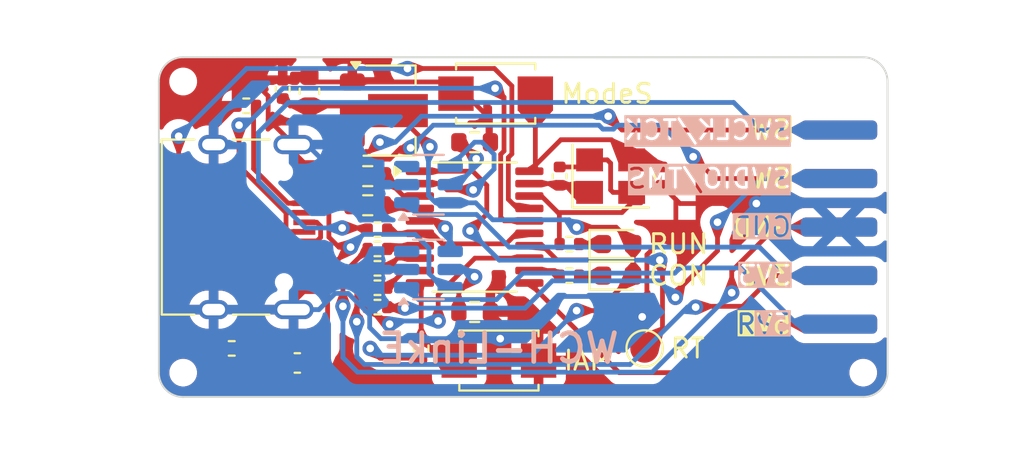
<source format=kicad_pcb>
(kicad_pcb (version 20240108) (generator "pcbnew") (generator_version "8.0")
  (title_block (title "WCH-LinkE") (rev "v1.0.0"))
  (layers (0 "F.Cu" signal) (31 "B.Cu" signal) (34 "B.Paste" user) (35 "F.Paste" user) (36 "B.SilkS" user "B.Silkscreen") (37 "F.SilkS" user "F.Silkscreen") (38 "B.Mask" user) (39 "F.Mask" user) (44 "Edge.Cuts" user))
  (net 0 "")
  (net 1 "/ModeS")
  (net 2 "+3V3")
  (net 3 "+5V")
  (net 4 "Net-(D1-K)")
  (net 5 "Net-(D2-K)")
  (net 6 "/D_SWCLK")
  (net 7 "/D_SWDIO")
  (net 8 "/RX")
  (net 9 "/TX")
  (net 10 "/TDO")
  (net 11 "/TDI")
  (net 12 "/SWDIO{slash}TMS")
  (net 13 "/SWCLK{slash}TCK")
  (net 14 "Net-(U2-PB11)")
  (net 15 "Net-(U2-PB10)")
  (net 16 "/IAP")
  (net 17 "Net-(U2-PB14)")
  (net 18 "/RST")
  (net 19 "Net-(U2-PC6)")
  (net 20 "Net-(U2-PB15)")
  (net 21 "/USB_N")
  (net 22 "/USB_P")
  (net 23 "Net-(U2-OSC_IN)")
  (net 24 "Net-(U2-PA8{slash}PC9)")
  (net 25 "Net-(U2-~{RST})")
  (net 26 "Net-(J3-CC1)")
  (net 29 "Net-(J3-CC2)")
  (net 32 "Net-(U3-ISET)")
  (net 33 "Net-(U4-ISET)")
  (net 34 "/PA5")
  (net 35 "/PB12")
  (net 36 "GND")
  (net 37 "/3V3_OUT")
  (net 38 "/5V_OUT")
  (footprint "Resistor_SMD:R_0402_1005Metric" (layer "F.Cu") (at 130.81 124.46)
    (property "Reference" "R12" (hide yes))
    (property "Value" "5.1kΩ")
  )
  (footprint "Connector_USB:USB_C_Receptacle_XKB_U262-16XN-4BVC11" (layer "F.Cu") (at 130.937 118.11 -90)
    (property "Reference" "J3" (hide yes))
    (property "Value" "USB_C_Receptacle_USB2.0_16P")
  )
  (footprint "Resistor_SMD:R_0402_1005Metric" (layer "F.Cu") (at 138.43 121.285)
    (property "Reference" "R7" (hide yes))
    (property "Value" "1k")
  )
  (footprint "Capacitor_SMD:C_0603_1608Metric" (layer "F.Cu") (at 134.874 110.998 90)
    (property "Reference" "C4" (hide yes))
    (property "Value" "22u")
  )
  (footprint "Resistor_SMD:R_0402_1005Metric" (layer "F.Cu") (at 138.43 119.253 180)
    (property "Reference" "R2" (hide yes))
    (property "Value" "100")
  )
  (footprint "Capacitor_SMD:C_0402_1005Metric" (layer "F.Cu") (at 133.477 110.899 90)
    (property "Reference" "C5" (hide yes))
    (property "Value" "100n")
  )
  (footprint "Switch:TS-1088-AR02016" (layer "F.Cu") (at 144.78 125.095)
    (property "Reference" "SW2" (hide yes))
    (property "Value" "SW_Push")
  )
  (footprint "Resistor_SMD:R_0603_1608Metric" (layer "F.Cu") (at 137.922 115.443 180)
    (property "Reference" "R4" (hide yes))
    (property "Value" "270")
  )
  (footprint "TestPoint:TestPoint_Pad_D1.5mm" (layer "F.Cu") (at 152.4 124.46)
    (property "Reference" "TP1" (hide yes))
    (property "Value" "TestPoint")
  )
  (footprint "Package_TO_SOT_SMD:SOT-89-3" (layer "F.Cu") (at 139.065 112.014)
    (property "Reference" "U1" (hide yes))
    (property "Value" "AMS1117-3.3")
  )
  (footprint "Resistor_SMD:R_0402_1005Metric" (layer "F.Cu") (at 148.465 118.999 180)
    (property "Reference" "R8" (hide yes))
    (property "Value" "1k")
  )
  (footprint "Resistor_SMD:R_0402_1005Metric" (layer "F.Cu") (at 148.465 120.65 180)
    (property "Reference" "R9" (hide yes))
    (property "Value" "1k")
  )
  (footprint "Resistor_SMD:R_0402_1005Metric" (layer "F.Cu") (at 138.43 122.301)
    (property "Reference" "R6" (hide yes))
    (property "Value" "100")
  )
  (footprint "Resistor_SMD:R_0402_1005Metric" (layer "F.Cu") (at 140.716 124.46 90)
    (property "Reference" "R10" (hide yes))
    (property "Value" "10k")
  )
  (footprint "Tooling_Hole:Tooling_Hole" (layer "F.Cu") (at 128.27 110.49)
    (property "Reference" "H2" (hide yes))
    (property "Value" "MountingHole")
  )
  (footprint "Tooling_Hole:Tooling_Hole" (layer "F.Cu") (at 163.83 125.73)
    (property "Reference" "H4" (hide yes))
    (property "Value" "MountingHole")
  )
  (footprint "Capacitor_SMD:C_0402_1005Metric" (layer "F.Cu") (at 153.289 115.443 90)
    (property "Reference" "C1" (hide yes))
    (property "Value" "22p")
  )
  (footprint "Package_SO:TSSOP-20_4.4x6.5mm_P0.65mm" (layer "F.Cu") (at 143.51 118.11)
    (property "Reference" "U2" (hide yes))
    (property "Value" "CH32V305FBP6")
  )
  (footprint "LED_SMD:LED_0603_1608Metric" (layer "F.Cu") (at 151.005 118.999)
    (property "Reference" "D2" (hide yes))
    (property "Value" "RED")
  )
  (footprint "Connector:PinHeader_2x05_P2.54mm_Horizontal_SMD" (layer "F.Cu") (at 162.56 118.11)
    (property "Reference" "J2" (hide yes))
    (property "Value" "Conn_02x05_Odd_Even")
  )
  (footprint "Tooling_Hole:Tooling_Hole" (layer "F.Cu") (at 163.83 110.49)
    (property "Reference" "H3" (hide yes))
    (property "Value" "MountingHole")
  )
  (footprint "Resistor_SMD:R_0603_1608Metric" (layer "F.Cu") (at 143.51 122.555)
    (property "Reference" "R13" (hide yes))
    (property "Value" "150k")
  )
  (footprint "Resistor_SMD:R_0402_1005Metric" (layer "F.Cu") (at 138.43 120.269 180)
    (property "Reference" "R1" (hide yes))
    (property "Value" "100")
  )
  (footprint "Resistor_SMD:R_0603_1608Metric" (layer "F.Cu") (at 137.922 116.967 180)
    (property "Reference" "R3" (hide yes))
    (property "Value" "270")
  )
  (footprint "Capacitor_SMD:C_0402_1005Metric" (layer "F.Cu") (at 147.955 115.443 -90)
    (property "Reference" "C3" (hide yes))
    (property "Value" "22p")
  )
  (footprint "Crystal:Crystal_SMD_3225-4Pin_3.2x2.5mm" (layer "F.Cu") (at 150.622 115.443)
    (property "Reference" "Y2" (hide yes))
    (property "Value" "12M")
  )
  (footprint "Switch:TS-1088-AR02016" (layer "F.Cu") (at 144.61 111.125 180)
    (property "Reference" "SW1" (hide yes))
    (property "Value" "SW_Push")
  )
  (footprint "Tooling_Hole:Tooling_Hole" (layer "F.Cu") (at 128.27 125.73)
    (property "Reference" "H1" (hide yes))
    (property "Value" "MountingHole")
  )
  (footprint "Resistor_SMD:R_0402_1005Metric" (layer "F.Cu") (at 138.43 118.237 180)
    (property "Reference" "R5" (hide yes))
    (property "Value" "100")
  )
  (footprint "LED_SMD:LED_0603_1608Metric" (layer "F.Cu") (at 151.005 120.65)
    (property "Reference" "D1" (hide yes))
    (property "Value" "WHITE")
  )
  (footprint "Capacitor_SMD:C_0603_1608Metric" (layer "F.Cu") (at 134.239 125.222 180)
    (property "Reference" "C2" (hide yes))
    (property "Value" "10u")
  )
  (footprint "Resistor_SMD:R_0402_1005Metric" (layer "F.Cu") (at 131.57 111.76)
    (property "Reference" "R11" (hide yes))
    (property "Value" "5.1kΩ")
  )
  (footprint "Resistor_SMD:R_0603_1608Metric" (layer "F.Cu") (at 143.51 113.665)
    (property "Reference" "R14" (hide yes))
    (property "Value" "300k")
  )
  (footprint "Package_TO_SOT_SMD:SOT-23-6" (layer "B.Cu") (at 141.097 115.89)
    (property "Reference" "U4" (hide yes))
    (property "Value" "CH217K")
  )
  (footprint "Package_TO_SOT_SMD:SOT-23-6" (layer "B.Cu") (at 141.097 120.33)
    (property "Reference" "U3" (hide yes))
    (property "Value" "CH217K")
  )
  (gr_arc (start 127 110.49) (mid 127.371974 109.591974) (end 128.27 109.22) (stroke (width 0.1)) (layer "Edge.Cuts"))
  (gr_line (start 127 110.49) (end 127 125.73) (stroke (width 0.1)) (layer "Edge.Cuts"))
  (gr_arc (start 128.27 127) (mid 127.371974 126.628026) (end 127 125.73) (stroke (width 0.1)) (layer "Edge.Cuts"))
  (gr_arc (start 165.1 125.73) (mid 164.728026 126.628026) (end 163.83 127) (stroke (width 0.1)) (layer "Edge.Cuts"))
  (gr_line (start 128.27 127) (end 163.83 127) (stroke (width 0.1)) (layer "Edge.Cuts"))
  (gr_arc (start 163.83 109.22) (mid 164.728026 109.591974) (end 165.1 110.49) (stroke (width 0.1)) (layer "Edge.Cuts"))
  (gr_line (start 165.1 125.73) (end 165.1 110.49) (stroke (width 0.1)) (layer "Edge.Cuts"))
  (gr_line (start 128.27 109.22) (end 163.83 109.22) (stroke (width 0.1)) (layer "Edge.Cuts"))
  (gr_text "5V" (at 160.147 123.19 0) (layer "B.SilkS" knockout) (effects (font (size 1 1) (thickness 0.15) (bold yes)) (justify left mirror)))
  (gr_text "WCH-LinkE" (at 144.78 124.46 -0) (layer "B.SilkS") (effects (font (size 1.5 1.5) (thickness 0.25) (bold yes)) (justify mirror)))
  (gr_text "SWDIO/TMS" (at 160.147 115.57 0) (layer "B.SilkS" knockout) (effects (font (size 1 1) (thickness 0.15) (bold yes)) (justify left mirror)))
  (gr_text "GND" (at 160.147 118.11 0) (layer "B.SilkS" knockout) (effects (font (size 1 1) (thickness 0.15) (bold yes)) (justify left mirror)))
  (gr_text "3V3" (at 160.147 120.65 0) (layer "B.SilkS" knockout) (effects (font (size 1 1) (thickness 0.15) (bold yes)) (justify left mirror)))
  (gr_text "SWCLK/TCK" (at 160.147 113.03 0) (layer "B.SilkS" knockout) (effects (font (size 1 1) (thickness 0.15) (bold yes)) (justify left mirror)))
  (gr_text "CON" (at 152.529 120.65 0) (layer "F.SilkS") (effects (font (size 1 1) (thickness 0.15) (bold yes)) (justify left)))
  (gr_text "TDO" (at 160.147 118.11 0) (layer "F.SilkS" knockout) (effects (font (size 1 1) (thickness 0.15) (bold yes)) (justify right)))
  (gr_text "ModeS" (at 147.955 111.125 0) (layer "F.SilkS") (effects (font (size 1 1) (thickness 0.15) (bold yes)) (justify left)))
  (gr_text "IAP" (at 148.082 125.095 0) (layer "F.SilkS") (effects (font (size 1 1) (thickness 0.15) (bold yes)) (justify left)))
  (gr_text "TDI" (at 160.147 120.65 0) (layer "F.SilkS" knockout) (effects (font (size 1 1) (thickness 0.15) (bold yes)) (justify right)))
  (gr_text "RST" (at 160.02 123.19 0) (layer "F.SilkS" knockout) (effects (font (size 1 1) (thickness 0.15) (bold yes)) (justify right)))
  (gr_text "RUN" (at 152.529 118.999 0) (layer "F.SilkS") (effects (font (size 1 1) (thickness 0.15) (bold yes)) (justify left)))
  (gr_text "RT" (at 153.67 124.46 0) (layer "F.SilkS") (effects (font (size 1 1) (thickness 0.15) (bold yes)) (justify left)))
  (gr_text "TX" (at 160.147 115.57 0) (layer "F.SilkS" knockout) (effects (font (size 1 1) (thickness 0.15) (bold yes)) (justify right)))
  (gr_text "RX" (at 160.147 113.03 0) (layer "F.SilkS" knockout) (effects (font (size 1 1) (thickness 0.15) (bold yes)) (justify right)))
  (segment (start 151.722 114.593) (end 150.667 113.538) (width 0.25) (layer "F.Cu") (net 1))
  (segment (start 152.919 114.593) (end 153.289 114.963) (width 0.25) (layer "F.Cu") (net 1))
  (segment (start 146.3725 115.185) (end 146.685 114.8725) (width 0.25) (layer "F.Cu") (net 1))
  (segment (start 148.0195 113.538) (end 146.3725 115.185) (width 0.25) (layer "F.Cu") (net 1))
  (segment (start 151.722 114.593) (end 152.919 114.593) (width 0.25) (layer "F.Cu") (net 1))
  (segment (start 150.667 113.538) (end 148.0195 113.538) (width 0.25) (layer "F.Cu") (net 1))
  (segment (start 146.685 114.8725) (end 146.685 111.125) (width 0.25) (layer "F.Cu") (net 1))
  (segment (start 151.7925 119.8245) (end 147.8052 119.8245) (width 0.25) (layer "F.Cu") (net 2))
  (segment (start 133.871 111.773) (end 133.477 111.379) (width 0.25) (layer "F.Cu") (net 2))
  (segment (start 134.874 111.773) (end 133.871 111.773) (width 0.25) (layer "F.Cu") (net 2))
  (segment (start 151.7925 119.8245) (end 151.7925 120.65) (width 0.25) (layer "F.Cu") (net 2))
  (segment (start 139.2852 112.014) (end 137.2025 112.014) (width 0.25) (layer "F.Cu") (net 2))
  (segment (start 140.716 124.97) (end 138.559 124.97) (width 0.25) (layer "F.Cu") (net 2))
  (segment (start 151.7925 120.65) (end 149.9595 122.483) (width 0.25) (layer "F.Cu") (net 2))
  (segment (start 147.0657 119.085) (end 146.3725 119.085) (width 0.25) (layer "F.Cu") (net 2))
  (segment (start 141.174548 113.903348) (end 139.2852 112.014) (width 0.25) (layer "F.Cu") (net 2))
  (segment (start 136.9615 111.773) (end 134.874 111.773) (width 0.25) (layer "F.Cu") (net 2))
  (segment (start 148.844 118.1184) (end 150.9119 118.1184) (width 0.25) (layer "F.Cu") (net 2))
  (segment (start 149.9595 122.483) (end 148.8427 122.483) (width 0.25) (layer "F.Cu") (net 2))
  (segment (start 138.559 124.97) (end 138.049 124.46) (width 0.25) (layer "F.Cu") (net 2))
  (segment (start 137.2025 112.014) (end 136.9615 111.773) (width 0.25) (layer "F.Cu") (net 2))
  (segment (start 151.7925 119.8245) (end 151.7925 118.999) (width 0.25) (layer "F.Cu") (net 2))
  (segment (start 147.8052 119.8245) (end 147.0657 119.085) (width 0.25) (layer "F.Cu") (net 2))
  (segment (start 150.9119 118.1184) (end 151.7925 118.999) (width 0.25) (layer "F.Cu") (net 2))
  (via (at 148.8427 122.483) (size 0.8) (drill 0.4) (layers "F.Cu" "B.Cu") (net 2))
  (via (at 141.174548 113.903348) (size 0.8) (drill 0.4) (layers "F.Cu" "B.Cu") (net 2))
  (via (at 148.844 118.1184) (size 0.8) (drill 0.4) (layers "F.Cu" "B.Cu") (net 2))
  (via (at 138.049 124.46) (size 0.8) (drill 0.4) (layers "F.Cu" "B.Cu") (net 2))
  (segment (start 148.4546 117.729) (end 144.456686 117.729) (width 0.25) (layer "B.Cu") (net 2))
  (segment (start 141.478 116.84) (end 142.2345 116.84) (width 0.25) (layer "B.Cu") (net 2))
  (segment (start 141.097 113.980896) (end 141.097 116.459) (width 0.25) (layer "B.Cu") (net 2))
  (segment (start 138.4054 124.8164) (end 146.5093 124.8164) (width 0.25) (layer "B.Cu") (net 2))
  (segment (start 141.097 116.459) (end 141.478 116.84) (width 0.25) (layer "B.Cu") (net 2))
  (segment (start 144.456686 117.729) (end 143.567686 116.84) (width 0.25) (layer "B.Cu") (net 2))
  (segment (start 138.049 124.46) (end 138.4054 124.8164) (width 0.25) (layer "B.Cu") (net 2))
  (segment (start 141.174548 113.903348) (end 141.097 113.980896) (width 0.25) (layer "B.Cu") (net 2))
  (segment (start 148.844 118.1184) (end 148.4546 117.729) (width 0.25) (layer "B.Cu") (net 2))
  (segment (start 143.567686 116.84) (end 142.2345 116.84) (width 0.25) (layer "B.Cu") (net 2))
  (segment (start 146.5093 124.8164) (end 148.8427 122.483) (width 0.25) (layer "B.Cu") (net 2))
  (segment (start 137.0215 119.1604) (end 135.8219 120.36) (width 0.25) (layer "F.Cu") (net 3))
  (segment (start 136.4143 119.1604) (end 137.0215 119.1604) (width 0.25) (layer "F.Cu") (net 3))
  (segment (start 134.607 115.86) (end 134.607 115.56) (width 0.25) (layer "F.Cu") (net 3))
  (segment (start 135.89 114.615405) (end 135.89 116.325686) (width 0.25) (layer "F.Cu") (net 3))
  (segment (start 135.372 115.56) (end 135.89 116.078) (width 0.25) (layer "F.Cu") (net 3))
  (segment (start 136.991405 113.514) (end 135.89 114.615405) (width 0.25) (layer "F.Cu") (net 3))
  (segment (start 135.89 118.6361) (end 136.4143 119.1604) (width 0.25) (layer "F.Cu") (net 3))
  (segment (start 135.8219 120.36) (end 135.4585 120.36) (width 0.25) (layer "F.Cu") (net 3))
  (segment (start 135.89 116.078) (end 135.89 116.325686) (width 0.25) (layer "F.Cu") (net 3))
  (segment (start 134.607 115.56) (end 135.372 115.56) (width 0.25) (layer "F.Cu") (net 3))
  (segment (start 135.8219 124.4141) (end 135.014 125.222) (width 0.25) (layer "F.Cu") (net 3))
  (segment (start 137.115 113.514) (end 136.991405 113.514) (width 0.25) (layer "F.Cu") (net 3))
  (segment (start 135.8219 120.36) (end 135.8219 124.4141) (width 0.25) (layer "F.Cu") (net 3))
  (segment (start 134.607 120.36) (end 135.4585 120.36) (width 0.25) (layer "F.Cu") (net 3))
  (segment (start 134.607 120.36) (end 134.607 120.66) (width 0.25) (layer "F.Cu") (net 3))
  (segment (start 135.89 116.325686) (end 135.89 118.6361) (width 0.25) (layer "F.Cu") (net 3))
  (via (at 137.0215 119.1604) (size 0.8) (drill 0.4) (layers "F.Cu" "B.Cu") (net 3))
  (segment (start 137.6909 118.491) (end 137.0215 119.1604) (width 0.25) (layer "B.Cu") (net 3))
  (segment (start 141.1216 120.5365) (end 141.1216 119.2122) (width 0.25) (layer "B.Cu") (net 3))
  (segment (start 142.2345 121.28) (end 141.8651 121.28) (width 0.25) (layer "B.Cu") (net 3))
  (segment (start 140.4004 118.491) (end 137.6909 118.491) (width 0.25) (layer "B.Cu") (net 3))
  (segment (start 141.1216 119.2122) (end 140.4004 118.491) (width 0.25) (layer "B.Cu") (net 3))
  (segment (start 141.8651 121.28) (end 141.1216 120.5365) (width 0.25) (layer "B.Cu") (net 3))
  (segment (start 150.2175 120.65) (end 148.975 120.65) (width 0.25) (layer "F.Cu") (net 4))
  (segment (start 150.2175 118.999) (end 148.975 118.999) (width 0.25) (layer "F.Cu") (net 5))
  (segment (start 141.2751 118.435) (end 141.8281 118.988) (width 0.25) (layer "F.Cu") (net 6))
  (segment (start 145.1567 118.988) (end 145.7097 118.435) (width 0.25) (layer "F.Cu") (net 6))
  (segment (start 145.7097 118.435) (end 146.3725 118.435) (width 0.25) (layer "F.Cu") (net 6))
  (segment (start 140.6475 118.435) (end 139.138 118.435) (width 0.25) (layer "F.Cu") (net 6))
  (segment (start 139.138 118.435) (end 138.94 118.237) (width 0.25) (layer "F.Cu") (net 6))
  (segment (start 140.6475 118.435) (end 141.2751 118.435) (width 0.25) (layer "F.Cu") (net 6))
  (segment (start 141.8281 118.988) (end 145.1567 118.988) (width 0.25) (layer "F.Cu") (net 6))
  (segment (start 146.3725 119.735) (end 143.527405 119.735) (width 0.25) (layer "F.Cu") (net 7))
  (segment (start 143.527405 119.735) (end 141.605 121.657405) (width 0.25) (layer "F.Cu") (net 7))
  (segment (start 139.065 123.19) (end 138.809 123.19) (width 0.25) (layer "F.Cu") (net 7))
  (segment (start 137.92 121.285) (end 137.92 122.301) (width 0.25) (layer "F.Cu") (net 7))
  (segment (start 141.605 121.657405) (end 141.605 123.0257) (width 0.25) (layer "F.Cu") (net 7))
  (segment (start 138.809 123.19) (end 137.92 122.301) (width 0.25) (layer "F.Cu") (net 7))
  (via (at 139.065 123.19) (size 0.8) (drill 0.4) (layers "F.Cu" "B.Cu") (net 7))
  (via (at 141.605 123.0257) (size 0.8) (drill 0.4) (layers "F.Cu" "B.Cu") (net 7))
  (segment (start 139.2293 123.0257) (end 139.065 123.19) (width 0.25) (layer "B.Cu") (net 7))
  (segment (start 141.605 123.0257) (end 139.2293 123.0257) (width 0.25) (layer "B.Cu") (net 7))
  (segment (start 136.29 116.16) (end 137.097 116.967) (width 0.25) (layer "F.Cu") (net 8))
  (segment (start 136.779 114.427) (end 136.29 114.916) (width 0.25) (layer "F.Cu") (net 8))
  (segment (start 138.0045 114.154) (end 137.820315 114.154) (width 0.25) (layer "F.Cu") (net 8))
  (segment (start 138.4935 113.665) (end 138.0045 114.154) (width 0.25) (layer "F.Cu") (net 8))
  (segment (start 137.820315 114.154) (end 137.547315 114.427) (width 0.25) (layer "F.Cu") (net 8))
  (segment (start 151.218 113.03) (end 162.56 113.03) (width 0.25) (layer "F.Cu") (net 8))
  (segment (start 138.557 113.665) (end 138.4935 113.665) (width 0.25) (layer "F.Cu") (net 8))
  (segment (start 136.29 114.916) (end 136.29 116.16) (width 0.25) (layer "F.Cu") (net 8))
  (segment (start 137.547315 114.427) (end 136.779 114.427) (width 0.25) (layer "F.Cu") (net 8))
  (segment (start 150.495 112.307) (end 151.218 113.03) (width 0.25) (layer "F.Cu") (net 8))
  (via (at 150.495 112.307) (size 0.8) (drill 0.4) (layers "F.Cu" "B.Cu") (net 8))
  (via (at 138.557 113.665) (size 0.8) (drill 0.4) (layers "F.Cu" "B.Cu") (net 8))
  (segment (start 140.725395 112.307) (end 150.495 112.307) (width 0.25) (layer "B.Cu") (net 8))
  (segment (start 138.557 113.665) (end 139.367395 113.665) (width 0.25) (layer "B.Cu") (net 8))
  (segment (start 139.367395 113.665) (end 140.725395 112.307) (width 0.25) (layer "B.Cu") (net 8))
  (segment (start 154.94 114.427) (end 156.083 115.57) (width 0.25) (layer "F.Cu") (net 9))
  (segment (start 137.097 115.443) (end 137.986 114.554) (width 0.25) (layer "F.Cu") (net 9))
  (segment (start 137.986 114.554) (end 139.065 114.554) (width 0.25) (layer "F.Cu") (net 9))
  (segment (start 139.065 114.554) (end 139.6568 113.9622) (width 0.25) (layer "F.Cu") (net 9))
  (segment (start 156.083 115.57) (end 162.56 115.57) (width 0.25) (layer "F.Cu") (net 9))
  (segment (start 139.6568 113.9622) (end 140.1611 113.9622) (width 0.25) (layer "F.Cu") (net 9))
  (via (at 140.1611 113.9622) (size 0.8) (drill 0.4) (layers "F.Cu" "B.Cu") (net 9))
  (via (at 154.94 114.427) (size 0.8) (drill 0.4) (layers "F.Cu" "B.Cu") (net 9))
  (segment (start 150.980595 112.776) (end 150.774595 112.982) (width 0.25) (layer "B.Cu") (net 9))
  (segment (start 153.289 112.776) (end 150.980595 112.776) (width 0.25) (layer "B.Cu") (net 9))
  (segment (start 150.009405 112.776) (end 141.3473 112.776) (width 0.25) (layer "B.Cu") (net 9))
  (segment (start 141.3473 112.776) (end 140.1611 113.9622) (width 0.25) (layer "B.Cu") (net 9))
  (segment (start 150.215405 112.982) (end 150.009405 112.776) (width 0.25) (layer "B.Cu") (net 9))
  (segment (start 154.94 114.427) (end 153.289 112.776) (width 0.25) (layer "B.Cu") (net 9))
  (segment (start 150.774595 112.982) (end 150.215405 112.982) (width 0.25) (layer "B.Cu") (net 9))
  (segment (start 156.9536 120.4144) (end 156.9536 121.5447) (width 0.25) (layer "F.Cu") (net 10))
  (segment (start 137.92 119.253) (end 136.6244 120.5486) (width 0.25) (layer "F.Cu") (net 10))
  (segment (start 136.6244 120.5486) (end 136.6244 122.2583) (width 0.25) (layer "F.Cu") (net 10))
  (segment (start 159.258 118.11) (end 156.9536 120.4144) (width 0.25) (layer "F.Cu") (net 10))
  (segment (start 162.56 118.11) (end 159.258 118.11) (width 0.25) (layer "F.Cu") (net 10))
  (via (at 136.6244 122.2583) (size 0.8) (drill 0.4) (layers "F.Cu" "B.Cu") (net 10))
  (via (at 156.9536 121.5447) (size 0.8) (drill 0.4) (layers "F.Cu" "B.Cu") (net 10))
  (segment (start 137.388 125.704) (end 152.7943 125.704) (width 0.25) (layer "B.Cu") (net 10))
  (segment (start 136.6244 124.9404) (end 137.388 125.704) (width 0.25) (layer "B.Cu") (net 10))
  (segment (start 136.6244 122.2583) (end 136.6244 124.9404) (width 0.25) (layer "B.Cu") (net 10))
  (segment (start 152.7943 125.704) (end 156.9536 121.5447) (width 0.25) (layer "B.Cu") (net 10))
  (segment (start 155.067 122.301) (end 155.11 122.258) (width 0.25) (layer "F.Cu") (net 11))
  (segment (start 155.11 122.258) (end 157.523 122.258) (width 0.25) (layer "F.Cu") (net 11))
  (segment (start 157.523 122.258) (end 159.131 120.65) (width 0.25) (layer "F.Cu") (net 11))
  (segment (start 137.3481 123.0627) (end 137.3481 120.8409) (width 0.25) (layer "F.Cu") (net 11))
  (segment (start 159.131 120.65) (end 162.56 120.65) (width 0.25) (layer "F.Cu") (net 11))
  (segment (start 137.3481 120.8409) (end 137.92 120.269) (width 0.25) (layer "F.Cu") (net 11))
  (via (at 137.3481 123.0627) (size 0.8) (drill 0.4) (layers "F.Cu" "B.Cu") (net 11))
  (via (at 155.067 122.301) (size 0.8) (drill 0.4) (layers "F.Cu" "B.Cu") (net 11))
  (segment (start 151.6381 125.3023) (end 137.7483 125.3023) (width 0.25) (layer "B.Cu") (net 11))
  (segment (start 137.7483 125.3023) (end 137.3481 124.9021) (width 0.25) (layer "B.Cu") (net 11))
  (segment (start 154.6394 122.301) (end 151.6381 125.3023) (width 0.25) (layer "B.Cu") (net 11))
  (segment (start 155.067 122.301) (end 154.6394 122.301) (width 0.25) (layer "B.Cu") (net 11))
  (segment (start 137.3481 124.9021) (end 137.3481 123.0627) (width 0.25) (layer "B.Cu") (net 11))
  (segment (start 138.9897 122.3507) (end 138.94 122.301) (width 0.25) (layer "F.Cu") (net 12))
  (segment (start 154.0085 121.5531) (end 154.0085 121.793) (width 0.25) (layer "F.Cu") (net 12))
  (segment (start 156.21 119.3516) (end 154.0085 121.5531) (width 0.25) (layer "F.Cu") (net 12))
  (segment (start 156.21 117.856) (end 156.21 119.3516) (width 0.25) (layer "F.Cu") (net 12))
  (segment (start 139.8675 122.3507) (end 138.9897 122.3507) (width 0.25) (layer "F.Cu") (net 12))
  (via (at 139.8675 122.3507) (size 0.8) (drill 0.4) (layers "F.Cu" "B.Cu") (net 12))
  (via (at 156.21 117.856) (size 0.8) (drill 0.4) (layers "F.Cu" "B.Cu") (net 12))
  (via (at 154.0085 121.793) (size 0.8) (drill 0.4) (layers "F.Cu" "B.Cu") (net 12))
  (segment (start 156.21 117.856) (end 158.496 115.57) (width 0.25) (layer "B.Cu") (net 12))
  (segment (start 147.5726 120.9252) (end 146.1471 122.3507) (width 0.25) (layer "B.Cu") (net 12))
  (segment (start 153.1407 120.9252) (end 147.5726 120.9252) (width 0.25) (layer "B.Cu") (net 12))
  (segment (start 154.0085 121.793) (end 153.1407 120.9252) (width 0.25) (layer "B.Cu") (net 12))
  (segment (start 146.1471 122.3507) (end 139.8675 122.3507) (width 0.25) (layer "B.Cu") (net 12))
  (segment (start 158.496 115.57) (end 162.56 115.57) (width 0.25) (layer "B.Cu") (net 12))
  (segment (start 136.5857 118.1564) (end 137.8394 118.1564) (width 0.25) (layer "F.Cu") (net 13))
  (segment (start 137.8394 118.1564) (end 137.92 118.237) (width 0.25) (layer "F.Cu") (net 13))
  (via (at 136.5857 118.1564) (size 0.8) (drill 0.4) (layers "F.Cu" "B.Cu") (net 13))
  (segment (start 133.7774 111.5866) (end 132.207 113.157) (width 0.25) (layer "B.Cu") (net 13))
  (segment (start 134.6664 118.1564) (end 136.5857 118.1564) (width 0.25) (layer "B.Cu") (net 13))
  (segment (start 157.0526 111.5866) (end 133.7774 111.5866) (width 0.25) (layer "B.Cu") (net 13))
  (segment (start 162.56 113.03) (end 158.496 113.03) (width 0.25) (layer "B.Cu") (net 13))
  (segment (start 158.496 113.03) (end 157.0526 111.5866) (width 0.25) (layer "B.Cu") (net 13))
  (segment (start 132.207 113.157) (end 132.207 115.697) (width 0.25) (layer "B.Cu") (net 13))
  (segment (start 132.207 115.697) (end 134.6664 118.1564) (width 0.25) (layer "B.Cu") (net 13))
  (segment (start 140.6475 117.135) (end 138.915 117.135) (width 0.25) (layer "F.Cu") (net 14))
  (segment (start 138.915 117.135) (end 138.747 116.967) (width 0.25) (layer "F.Cu") (net 14))
  (segment (start 139.789 116.485) (end 138.747 115.443) (width 0.25) (layer "F.Cu") (net 15))
  (segment (start 140.6475 116.485) (end 139.789 116.485) (width 0.25) (layer "F.Cu") (net 15))
  (segment (start 140.716 121.1035) (end 140.716 123.95) (width 0.25) (layer "F.Cu") (net 16))
  (segment (start 140.6475 121.035) (end 140.716 121.1035) (width 0.25) (layer "F.Cu") (net 16))
  (segment (start 141.861 125.095) (end 140.716 123.95) (width 0.25) (layer "F.Cu") (net 16))
  (segment (start 142.705 125.095) (end 141.861 125.095) (width 0.25) (layer "F.Cu") (net 16))
  (segment (start 140.6475 119.085) (end 139.108 119.085) (width 0.25) (layer "F.Cu") (net 17))
  (segment (start 139.108 119.085) (end 138.94 119.253) (width 0.25) (layer "F.Cu") (net 17))
  (segment (start 156.337 125.73) (end 151.0675 125.73) (width 0.25) (layer "F.Cu") (net 18))
  (segment (start 158.877 123.19) (end 156.337 125.73) (width 0.25) (layer "F.Cu") (net 18))
  (segment (start 151.0675 125.73) (end 146.3725 121.035) (width 0.25) (layer "F.Cu") (net 18))
  (segment (start 162.56 123.19) (end 158.877 123.19) (width 0.25) (layer "F.Cu") (net 18))
  (segment (start 140.6475 120.385) (end 139.84 120.385) (width 0.25) (layer "F.Cu") (net 19))
  (segment (start 139.84 120.385) (end 138.94 121.285) (width 0.25) (layer "F.Cu") (net 19))
  (segment (start 140.6475 119.735) (end 139.474 119.735) (width 0.25) (layer "F.Cu") (net 20))
  (segment (start 139.474 119.735) (end 138.94 120.269) (width 0.25) (layer "F.Cu") (net 20))
  (segment (start 134.607 117.36) (end 133.7553 117.36) (width 0.25) (layer "F.Cu") (net 21))
  (segment (start 145.0678 117.785) (end 144.873 117.5902) (width 0.25) (layer "F.Cu") (net 21))
  (segment (start 133.6483 118.1763) (end 133.832 118.36) (width 0.25) (layer "F.Cu") (net 21))
  (segment (start 144.873 117.5902) (end 144.873 114.3018) (width 0.25) (layer "F.Cu") (net 21))
  (segment (start 133.6483 117.36) (end 133.6483 118.1763) (width 0.25) (layer "F.Cu") (net 21))
  (segment (start 131.191 114.9027) (end 133.6483 117.36) (width 0.25) (layer "F.Cu") (net 21))
  (segment (start 145.0474 114.1274) (end 145.0474 111.3092) (width 0.25) (layer "F.Cu") (net 21))
  (segment (start 133.832 118.36) (end 134.607 118.36) (width 0.25) (layer "F.Cu") (net 21))
  (segment (start 131.191 112.776) (end 131.191 114.9027) (width 0.25) (layer "F.Cu") (net 21))
  (segment (start 133.6483 117.36) (end 133.7553 117.36) (width 0.25) (layer "F.Cu") (net 21))
  (segment (start 144.873 114.3018) (end 145.0474 114.1274) (width 0.25) (layer "F.Cu") (net 21))
  (segment (start 145.0474 111.3092) (end 144.5802 110.842) (width 0.25) (layer "F.Cu") (net 21))
  (segment (start 146.3725 117.785) (end 145.0678 117.785) (width 0.25) (layer "F.Cu") (net 21))
  (via (at 144.5802 110.842) (size 0.8) (drill 0.4) (layers "F.Cu" "B.Cu") (net 21))
  (via (at 131.191 112.776) (size 0.8) (drill 0.4) (layers "F.Cu" "B.Cu") (net 21))
  (segment (start 131.556656 112.776) (end 133.490656 110.842) (width 0.25) (layer "B.Cu") (net 21))
  (segment (start 131.191 112.776) (end 131.556656 112.776) (width 0.25) (layer "B.Cu") (net 21))
  (segment (start 133.490656 110.842) (end 144.5802 110.842) (width 0.25) (layer "B.Cu") (net 21))
  (segment (start 131.56 118.86) (end 134.607 118.86) (width 0.25) (layer "F.Cu") (net 22))
  (segment (start 128.036 113.3565) (end 128.036 115.336) (width 0.25) (layer "F.Cu") (net 22))
  (segment (start 145.457 110.7222) (end 144.5443 109.8095) (width 0.25) (layer "F.Cu") (net 22))
  (segment (start 146.3725 117.135) (end 145.751898 117.135) (width 0.25) (layer "F.Cu") (net 22))
  (segment (start 145.457 114.283486) (end 145.457 110.7222) (width 0.25) (layer "F.Cu") (net 22))
  (segment (start 128.036 115.336) (end 131.56 118.86) (width 0.25) (layer "F.Cu") (net 22))
  (segment (start 135.457 118.6489) (end 135.457 118.062) (width 0.25) (layer "F.Cu") (net 22))
  (segment (start 145.273 114.467486) (end 145.457 114.283486) (width 0.25) (layer "F.Cu") (net 22))
  (segment (start 135.2459 118.86) (end 135.457 118.6489) (width 0.25) (layer "F.Cu") (net 22))
  (segment (start 135.255 117.86) (end 134.607 117.86) (width 0.25) (layer "F.Cu") (net 22))
  (segment (start 135.457 118.062) (end 135.255 117.86) (width 0.25) (layer "F.Cu") (net 22))
  (segment (start 134.607 118.86) (end 135.2459 118.86) (width 0.25) (layer "F.Cu") (net 22))
  (segment (start 145.751898 117.135) (end 145.273 116.656102) (width 0.25) (layer "F.Cu") (net 22))
  (segment (start 144.5443 109.8095) (end 140 109.8095) (width 0.25) (layer "F.Cu") (net 22))
  (segment (start 145.273 116.656102) (end 145.273 114.467486) (width 0.25) (layer "F.Cu") (net 22))
  (via (at 128.036 113.3565) (size 0.8) (drill 0.4) (layers "F.Cu" "B.Cu") (net 22))
  (via (at 140 109.8095) (size 0.8) (drill 0.4) (layers "F.Cu" "B.Cu") (net 22))
  (segment (start 131.583 109.8095) (end 128.036 113.3565) (width 0.25) (layer "B.Cu") (net 22))
  (segment (start 140 109.8095) (end 131.583 109.8095) (width 0.25) (layer "B.Cu") (net 22))
  (segment (start 147.867 115.835) (end 147.955 115.923) (width 0.25) (layer "F.Cu") (net 23))
  (segment (start 147.955 115.923) (end 149.152 115.923) (width 0.25) (layer "F.Cu") (net 23))
  (segment (start 146.3725 115.835) (end 147.867 115.835) (width 0.25) (layer "F.Cu") (net 23))
  (segment (start 149.152 116.47) (end 149.239157 116.557157) (width 0.25) (layer "F.Cu") (net 23))
  (segment (start 146.3725 120.385) (end 147.69 120.385) (width 0.25) (layer "F.Cu") (net 24))
  (segment (start 147.69 120.385) (end 147.955 120.65) (width 0.25) (layer "F.Cu") (net 24))
  (segment (start 144.145 117.4336) (end 143.2683 118.3103) (width 0.25) (layer "F.Cu") (net 25))
  (segment (start 140.6475 115.185) (end 143.410445 115.185) (width 0.25) (layer "F.Cu") (net 25))
  (segment (start 153.3335 119.9792) (end 153.1946 119.8403) (width 0.25) (layer "F.Cu") (net 25))
  (segment (start 144.145 115.919555) (end 144.145 117.4336) (width 0.25) (layer "F.Cu") (net 25))
  (segment (start 152.4 124.46) (end 153.3335 123.5265) (width 0.25) (layer "F.Cu") (net 25))
  (segment (start 143.410445 115.185) (end 144.145 115.919555) (width 0.25) (layer "F.Cu") (net 25))
  (segment (start 153.3335 123.5265) (end 153.3335 119.9792) (width 0.25) (layer "F.Cu") (net 25))
  (via (at 143.2683 118.3103) (size 0.8) (drill 0.4) (layers "F.Cu" "B.Cu") (net 25))
  (via (at 153.1946 119.8403) (size 0.8) (drill 0.4) (layers "F.Cu" "B.Cu") (net 25))
  (segment (start 144.7983 119.8403) (end 153.1946 119.8403) (width 0.25) (layer "B.Cu") (net 25))
  (segment (start 143.2683 118.3103) (end 144.7983 119.8403) (width 0.25) (layer "B.Cu") (net 25))
  (segment (start 131.953 115.0577) (end 131.953 111.887) (width 0.25) (layer "F.Cu") (net 26))
  (segment (start 133.7553 116.86) (end 131.953 115.0577) (width 0.25) (layer "F.Cu") (net 26))
  (segment (start 131.953 111.887) (end 132.08 111.76) (width 0.25) (layer "F.Cu") (net 26))
  (segment (start 134.607 116.86) (end 133.7553 116.86) (width 0.25) (layer "F.Cu") (net 26))
  (segment (start 134.607 119.86) (end 133.5973 119.86) (width 0.25) (layer "F.Cu") (net 29))
  (segment (start 131.32 122.1373) (end 131.32 124.46) (width 0.25) (layer "F.Cu") (net 29))
  (segment (start 133.5973 119.86) (end 131.32 122.1373) (width 0.25) (layer "F.Cu") (net 29))
  (segment (start 142.685 121.532) (end 143.5099 120.7071) (width 0.25) (layer "F.Cu") (net 32))
  (segment (start 142.685 122.555) (end 142.685 121.532) (width 0.25) (layer "F.Cu") (net 32))
  (via (at 143.5099 120.7071) (size 0.8) (drill 0.4) (layers "F.Cu" "B.Cu") (net 32))
  (segment (start 143.5099 120.7071) (end 143.1328 120.33) (width 0.25) (layer "B.Cu") (net 32))
  (segment (start 143.1328 120.33) (end 142.2345 120.33) (width 0.25) (layer "B.Cu") (net 32))
  (segment (start 143.511371 114.453) (end 143.473 114.453) (width 0.25) (layer "F.Cu") (net 33))
  (segment (start 143.593733 114.535362) (end 143.511371 114.453) (width 0.25) (layer "F.Cu") (net 33))
  (segment (start 143.473 114.453) (end 142.685 113.665) (width 0.25) (layer "F.Cu") (net 33))
  (via (at 143.593733 114.535362) (size 0.8) (drill 0.4) (layers "F.Cu" "B.Cu") (net 33))
  (segment (start 142.6047 115.89) (end 142.2345 115.89) (width 0.25) (layer "B.Cu") (net 33))
  (segment (start 143.593733 114.900967) (end 142.6047 115.89) (width 0.25) (layer "B.Cu") (net 33))
  (segment (start 143.593733 114.535362) (end 143.593733 114.900967) (width 0.25) (layer "B.Cu") (net 33))
  (segment (start 143.435851 116.165001) (end 142.073001 116.165001) (width 0.25) (layer "F.Cu") (net 34))
  (segment (start 141.743 115.835) (end 140.6475 115.835) (width 0.25) (layer "F.Cu") (net 34))
  (segment (start 142.073001 116.165001) (end 141.743 115.835) (width 0.25) (layer "F.Cu") (net 34))
  (via (at 143.435851 116.165001) (size 0.8) (drill 0.4) (layers "F.Cu" "B.Cu") (net 34))
  (segment (start 143.435851 116.165001) (end 144.526 115.074852) (width 0.25) (layer "B.Cu") (net 34))
  (segment (start 144.526 115.074852) (end 144.526 114.3) (width 0.25) (layer "B.Cu") (net 34))
  (segment (start 144.526 114.3) (end 143.891 113.665) (width 0.25) (layer "B.Cu") (net 34))
  (segment (start 143.891 113.665) (end 143.5095 113.665) (width 0.25) (layer "B.Cu") (net 34))
  (segment (start 143.5095 113.665) (end 142.2345 114.94) (width 0.25) (layer "B.Cu") (net 34))
  (segment (start 140.6475 117.785) (end 141.5861 117.785) (width 0.25) (layer "F.Cu") (net 35))
  (segment (start 141.5861 117.785) (end 141.9737 118.1726) (width 0.25) (layer "F.Cu") (net 35))
  (via (at 141.9737 118.1726) (size 0.8) (drill 0.4) (layers "F.Cu" "B.Cu") (net 35))
  (segment (start 141.9737 118.1726) (end 142.2345 118.4334) (width 0.25) (layer "B.Cu") (net 35))
  (segment (start 142.2345 118.4334) (end 142.2345 119.38) (width 0.25) (layer "B.Cu") (net 35))
  (segment (start 143.002 111.125) (end 144.335 112.458) (width 0.25) (layer "F.Cu") (net 36))
  (segment (start 147.955 114.963) (end 149.152 114.963) (width 0.25) (layer "F.Cu") (net 36))
  (segment (start 147.005 116.485) (end 147.868 117.348) (width 0.25) (layer "F.Cu") (net 36))
  (segment (start 133.477 110.419) (end 132.401 110.419) (width 0.25) (layer "F.Cu") (net 36))
  (segment (start 129.862 124.022) (end 130.3 124.46) (width 0.25) (layer "F.Cu") (net 36))
  (segment (start 150.622 116.166) (end 150.749 116.293) (width 0.25) (layer "F.Cu") (net 36))
  (segment (start 134.607 115.06) (end 134.607 114.76) (width 0.25) (layer "F.Cu") (net 36))
  (segment (start 132.401 110.419) (end 131.951 110.869) (width 0.25) (layer "F.Cu") (net 36))
  (segment (start 142.535 111.125) (end 143.002 111.125) (width 0.25) (layer "F.Cu") (net 36))
  (segment (start 144.8474 124.2891) (end 145.6533 125.095) (width 0.25) (layer "F.Cu") (net 36))
  (segment (start 144.8474 123.9506) (end 144.8474 124.2891) (width 0.25) (layer "F.Cu") (net 36))
  (segment (start 141.924 110.514) (end 142.535 111.125) (width 0.25) (layer "F.Cu") (net 36))
  (segment (start 144.8474 123.9506) (end 144.8474 123.0674) (width 0.25) (layer "F.Cu") (net 36))
  (segment (start 152.273 122.809) (end 152.5179 122.5641) (width 0.25) (layer "F.Cu") (net 36))
  (segment (start 135.165 110.514) (end 137.115 110.514) (width 0.25) (layer "F.Cu") (net 36))
  (segment (start 132.715 112.463) (end 132.715 111.252) (width 0.25) (layer "F.Cu") (net 36))
  (segment (start 134.042 113.79) (end 134.042 114.195) (width 0.25) (layer "F.Cu") (net 36))
  (segment (start 152.6987 116.293) (end 153.0687 115.923) (width 0.25) (layer "F.Cu") (net 36))
  (segment (start 144.8474 123.0674) (end 144.335 122.555) (width 0.25) (layer "F.Cu") (net 36))
  (segment (start 144.335 112.458) (end 144.335 113.665) (width 0.25) (layer "F.Cu") (net 36))
  (segment (start 137.115 110.514) (end 141.924 110.514) (width 0.25) (layer "F.Cu") (net 36))
  (segment (start 150.446 114.593) (end 150.622 114.769) (width 0.25) (layer "F.Cu") (net 36))
  (segment (start 147.955 118.999) (end 147.94 118.984) (width 0.25) (layer "F.Cu") (net 36))
  (segment (start 132.332 110.869) (end 131.951 110.869) (width 0.25) (layer "F.Cu") (net 36))
  (segment (start 132.715 111.252) (end 132.332 110.869) (width 0.25) (layer "F.Cu") (net 36))
  (segment (start 154.0325 118.0439) (end 154.0325 116.6665) (width 0.25) (layer "F.Cu") (net 36))
  (segment (start 131.062 125.222) (end 133.464 125.222) (width 0.25) (layer "F.Cu") (net 36))
  (segment (start 134.042 113.79) (end 132.715 112.463) (width 0.25) (layer "F.Cu") (net 36))
  (segment (start 150.622 114.769) (end 150.622 116.166) (width 0.25) (layer "F.Cu") (net 36))
  (segment (start 134.607 121.16) (end 134.607 121.46) (width 0.25) (layer "F.Cu") (net 36))
  (segment (start 152.5179 122.5641) (end 152.5179 119.5585) (width 0.25) (layer "F.Cu") (net 36))
  (segment (start 134.042 122.43) (end 134.042 122.025) (width 0.25) (layer "F.Cu") (net 36))
  (segment (start 129.862 112.958) (end 129.862 113.79) (width 0.25) (layer "F.Cu") (net 36))
  (segment (start 147.94 118.984) (end 147.94 117.42) (width 0.25) (layer "F.Cu") (net 36))
  (segment (start 146.3725 116.485) (end 147.005 116.485) (width 0.25) (layer "F.Cu") (net 36))
  (segment (start 158.242 116.876648) (end 154.242648 116.876648) (width 0.25) (layer "F.Cu") (net 36))
  (segment (start 145.6533 125.095) (end 146.855 125.095) (width 0.25) (layer "F.Cu") (net 36))
  (segment (start 147.94 117.42) (end 147.868 117.348) (width 0.25) (layer "F.Cu") (net 36))
  (segment (start 134.042 122.025) (end 134.607 121.46) (width 0.25) (layer "F.Cu") (net 36))
  (segment (start 147.868 117.348) (end 151.214 117.348) (width 0.25) (layer "F.Cu") (net 36))
  (segment (start 131.951 110.869) (end 131.06 111.76) (width 0.25) (layer "F.Cu") (net 36))
  (segment (start 134.678 110.419) (end 133.477 110.419) (width 0.25) (layer "F.Cu") (net 36))
  (segment (start 130.3 124.46) (end 131.062 125.222) (width 0.25) (layer "F.Cu") (net 36))
  (segment (start 151.214 117.348) (end 151.722 116.84) (width 0.25) (layer "F.Cu") (net 36))
  (segment (start 134.874 110.223) (end 134.678 110.419) (width 0.25) (layer "F.Cu") (net 36))
  (segment (start 134.042 114.195) (end 134.607 114.76) (width 0.25) (layer "F.Cu") (net 36))
  (segment (start 153.289 115.923) (end 154.0325 116.6665) (width 0.25) (layer "F.Cu") (net 36))
  (segment (start 154.242648 116.876648) (end 154.0325 116.6665) (width 0.25) (layer "F.Cu") (net 36))
  (segment (start 151.722 116.84) (end 152.2104 116.84) (width 0.25) (layer "F.Cu") (net 36))
  (segment (start 152.5179 119.5585) (end 154.0325 118.0439) (width 0.25) (layer "F.Cu") (net 36))
  (segment (start 134.874 110.223) (end 135.165 110.514) (width 0.25) (layer "F.Cu") (net 36))
  (segment (start 129.862 122.43) (end 129.862 124.022) (width 0.25) (layer "F.Cu") (net 36))
  (segment (start 149.522 114.593) (end 150.446 114.593) (width 0.25) (layer "F.Cu") (net 36))
  (segment (start 131.06 111.76) (end 129.862 112.958) (width 0.25) (layer "F.Cu") (net 36))
  (segment (start 152.2104 116.293) (end 152.6987 116.293) (width 0.25) (layer "F.Cu") (net 36))
  (segment (start 150.749 116.293) (end 151.722 116.293) (width 0.25) (layer "F.Cu") (net 36))
  (via (at 158.242 116.876648) (size 0.8) (drill 0.4) (layers "F.Cu" "B.Cu") (net 36))
  (via (at 144.8474 123.9506) (size 0.8) (drill 0.4) (layers "F.Cu" "B.Cu") (net 36))
  (via (at 152.273 122.809) (size 0.8) (drill 0.4) (layers "F.Cu" "B.Cu") (net 36))
  (segment (start 136.845 115.89) (end 134.745 113.79) (width 0.25) (layer "B.Cu") (net 36))
  (segment (start 139.9595 120.33) (end 138.75 120.33) (width 0.25) (layer "B.Cu") (net 36))
  (segment (start 134.745 113.79) (end 134.042 113.79) (width 0.25) (layer "B.Cu") (net 36))
  (segment (start 138.75 120.33) (end 138.0231 121.0569) (width 0.25) (layer "B.Cu") (net 36))
  (segment (start 134.042 122.43) (end 132.7153 122.43) (width 0.25) (layer "B.Cu") (net 36))
  (segment (start 144.8474 123.9506) (end 145.9244 123.9506) (width 0.25) (layer "B.Cu") (net 36))
  (segment (start 145.9244 123.9506) (end 148.1338 121.7412) (width 0.25) (layer "B.Cu") (net 36))
  (segment (start 129.862 122.43) (end 130.9387 122.43) (width 0.25) (layer "B.Cu") (net 36))
  (segment (start 144.8474 123.9506) (end 138.605186 123.9506) (width 0.25) (layer "B.Cu") (net 36))
  (segment (start 151.2052 121.7412) (end 152.273 122.809) (width 0.25) (layer "B.Cu") (net 36))
  (segment (start 129.862 113.79) (end 130.4004 113.79) (width 0.25) (layer "B.Cu") (net 36))
  (segment (start 159.475352 118.11) (end 162.56 118.11) (width 0.25) (layer "B.Cu") (net 36))
  (segment (start 139.9595 115.89) (end 136.845 115.89) (width 0.25) (layer "B.Cu") (net 36))
  (segment (start 130.4004 113.79) (end 130.4901 113.79) (width 0.25) (layer "B.Cu") (net 36))
  (segment (start 138.0231 121.0569) (end 138.0231 122.702405) (width 0.25) (layer "B.Cu") (net 36))
  (segment (start 138.605186 123.9506) (end 138.0231 123.368514) (width 0.25) (layer "B.Cu") (net 36))
  (segment (start 136.2171 121.5816) (end 135.3687 122.43) (width 0.25) (layer "B.Cu") (net 36))
  (segment (start 130.9387 122.43) (end 132.7153 122.43) (width 0.25) (layer "B.Cu") (net 36))
  (segment (start 158.242 116.876648) (end 159.475352 118.11) (width 0.25) (layer "B.Cu") (net 36))
  (segment (start 136.902295 121.5816) (end 136.2171 121.5816) (width 0.25) (layer "B.Cu") (net 36))
  (segment (start 138.0231 122.702405) (end 136.902295 121.5816) (width 0.25) (layer "B.Cu") (net 36))
  (segment (start 148.1338 121.7412) (end 151.2052 121.7412) (width 0.25) (layer "B.Cu") (net 36))
  (segment (start 129.862 122.43) (end 129.862 113.79) (width 0.25) (layer "B.Cu") (net 36))
  (segment (start 135.3687 122.43) (end 134.042 122.43) (width 0.25) (layer "B.Cu") (net 36))
  (segment (start 138.0231 123.368514) (end 138.0231 122.702405) (width 0.25) (layer "B.Cu") (net 36))
  (segment (start 158.4003 119.1573) (end 145.3193 119.1573) (width 0.25) (layer "B.Cu") (net 37))
  (segment (start 143.6127 117.4507) (end 140.5702 117.4507) (width 0.25) (layer "B.Cu") (net 37))
  (segment (start 145.3193 119.1573) (end 143.6127 117.4507) (width 0.25) (layer "B.Cu") (net 37))
  (segment (start 159.893 120.65) (end 158.4003 119.1573) (width 0.25) (layer "B.Cu") (net 37))
  (segment (start 140.5702 117.4507) (end 139.9595 116.84) (width 0.25) (layer "B.Cu") (net 37))
  (segment (start 162.56 120.65) (end 159.893 120.65) (width 0.25) (layer "B.Cu") (net 37))
  (segment (start 153.9784 120.5193) (end 146.0365 120.5193) (width 0.25) (layer "B.Cu") (net 38))
  (segment (start 140.5826 121.9031) (end 139.9595 121.28) (width 0.25) (layer "B.Cu") (net 38))
  (segment (start 162.56 123.19) (end 160.3585 123.19) (width 0.25) (layer "B.Cu") (net 38))
  (segment (start 160.3585 123.19) (end 157.4169 120.2484) (width 0.25) (layer "B.Cu") (net 38))
  (segment (start 157.4169 120.2484) (end 154.2493 120.2484) (width 0.25) (layer "B.Cu") (net 38))
  (segment (start 144.6527 121.9031) (end 140.5826 121.9031) (width 0.25) (layer "B.Cu") (net 38))
  (segment (start 154.2493 120.2484) (end 153.9784 120.5193) (width 0.25) (layer "B.Cu") (net 38))
  (segment (start 146.0365 120.5193) (end 144.6527 121.9031) (width 0.25) (layer "B.Cu") (net 38))
  (zone (net 36) (net_name "GND") (layers "F&B.Cu") (connect_pads (clearance 0.5)) (min_thickness 0.25) (fill yes (thermal_gap 0.5) (thermal_bridge_width 0.5))
    (polygon (pts (xy 127 127) (xy 127 109.22) (xy 165.1 109.22) (xy 165.1 127)))
  )
  (zone (net 0) (net_name "") (layers "F&B.Cu") (connect_pads (clearance 0)) (min_thickness 0.25)
    (keepout (tracks allowed) (vias allowed) (pads allowed) (copperpour not_allowed) (footprints allowed))
    (fill (thermal_gap 0.5) (thermal_bridge_width 0.5))
    (polygon (pts (xy 145.542 113.284) (xy 155.067 113.284) (xy 155.067 117.729) (xy 145.542 117.729)))
  )
)
</source>
